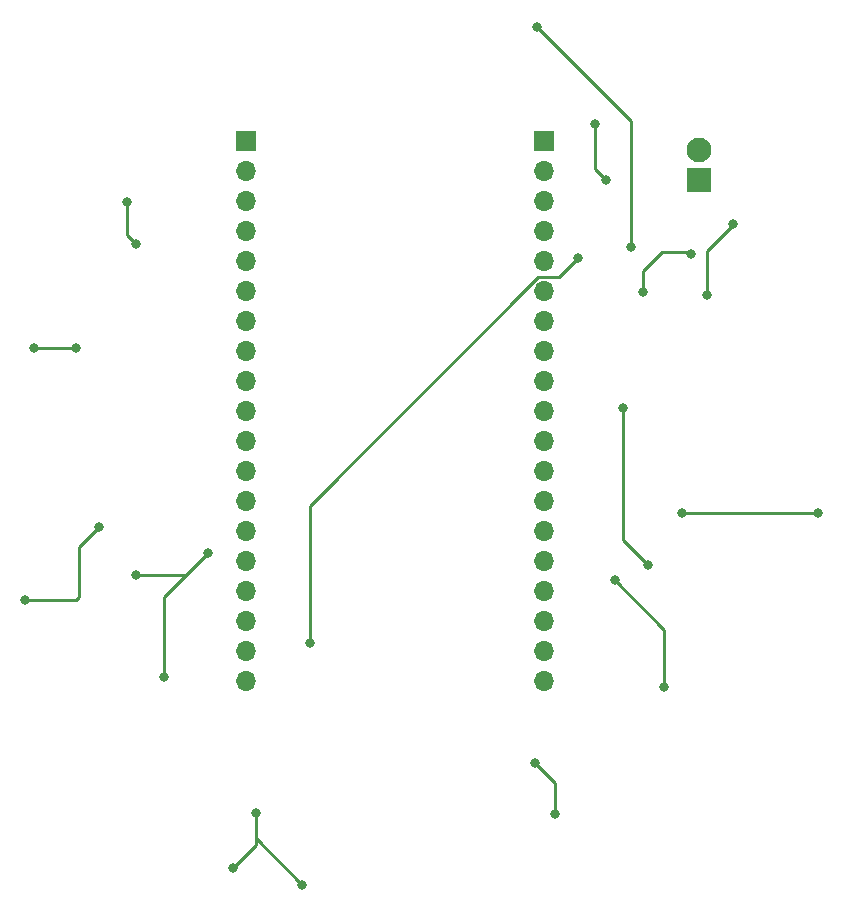
<source format=gbl>
G04 #@! TF.GenerationSoftware,KiCad,Pcbnew,(6.0.8-1)-1*
G04 #@! TF.CreationDate,2023-08-07T08:14:13+01:00*
G04 #@! TF.ProjectId,LED LAMP,4c454420-4c41-44d5-902e-6b696361645f,rev?*
G04 #@! TF.SameCoordinates,Original*
G04 #@! TF.FileFunction,Copper,L2,Bot*
G04 #@! TF.FilePolarity,Positive*
%FSLAX46Y46*%
G04 Gerber Fmt 4.6, Leading zero omitted, Abs format (unit mm)*
G04 Created by KiCad (PCBNEW (6.0.8-1)-1) date 2023-08-07 08:14:13*
%MOMM*%
%LPD*%
G01*
G04 APERTURE LIST*
G04 #@! TA.AperFunction,ComponentPad*
%ADD10R,1.700000X1.700000*%
G04 #@! TD*
G04 #@! TA.AperFunction,ComponentPad*
%ADD11O,1.700000X1.700000*%
G04 #@! TD*
G04 #@! TA.AperFunction,ComponentPad*
%ADD12R,2.100000X2.100000*%
G04 #@! TD*
G04 #@! TA.AperFunction,ComponentPad*
%ADD13C,2.100000*%
G04 #@! TD*
G04 #@! TA.AperFunction,ViaPad*
%ADD14C,0.800000*%
G04 #@! TD*
G04 #@! TA.AperFunction,Conductor*
%ADD15C,0.254000*%
G04 #@! TD*
G04 APERTURE END LIST*
D10*
X226942200Y-28949200D03*
D11*
X226942200Y-31489200D03*
X226942200Y-34029200D03*
X226942200Y-36569200D03*
X226942200Y-39109200D03*
X226942200Y-41649200D03*
X226942200Y-44189200D03*
X226942200Y-46729200D03*
X226942200Y-49269200D03*
X226942200Y-51809200D03*
X226942200Y-54349200D03*
X226942200Y-56889200D03*
X226942200Y-59429200D03*
X226942200Y-61969200D03*
X226942200Y-64509200D03*
X226942200Y-67049200D03*
X226942200Y-69589200D03*
X226942200Y-72129200D03*
X226942200Y-74669200D03*
D12*
X240030000Y-32258000D03*
D13*
X240030000Y-29718000D03*
D10*
X201676000Y-28956000D03*
D11*
X201676000Y-31496000D03*
X201676000Y-34036000D03*
X201676000Y-36576000D03*
X201676000Y-39116000D03*
X201676000Y-41656000D03*
X201676000Y-44196000D03*
X201676000Y-46736000D03*
X201676000Y-49276000D03*
X201676000Y-51816000D03*
X201676000Y-54356000D03*
X201676000Y-56896000D03*
X201676000Y-59436000D03*
X201676000Y-61976000D03*
X201676000Y-64516000D03*
X201676000Y-67056000D03*
X201676000Y-69596000D03*
X201676000Y-72136000D03*
X201676000Y-74676000D03*
D14*
X182981600Y-67818000D03*
X207111600Y-71475600D03*
X200609200Y-90474800D03*
X235356400Y-41706800D03*
X183743600Y-46431200D03*
X250139200Y-60401200D03*
X226212400Y-81584800D03*
X232206800Y-32258000D03*
X187299600Y-46482000D03*
X202539600Y-85852000D03*
X227888800Y-85902800D03*
X206451200Y-91897200D03*
X189280800Y-61620400D03*
X231292400Y-27533600D03*
X229819200Y-38862000D03*
X237134400Y-75184000D03*
X238658400Y-60401200D03*
X232918000Y-66141600D03*
X239420400Y-38506400D03*
X191617600Y-34137600D03*
X192379600Y-65684400D03*
X194767200Y-74320400D03*
X198475600Y-63855600D03*
X235762800Y-64820800D03*
X192430400Y-37693600D03*
X242925600Y-35966400D03*
X240741200Y-41960800D03*
X233629200Y-51511200D03*
X234340400Y-37947600D03*
X226314000Y-19253200D03*
D15*
X202539600Y-87426800D02*
X202539600Y-87985600D01*
X187604400Y-67564000D02*
X187350400Y-67818000D01*
X235356400Y-39928800D02*
X235356400Y-41706800D01*
X189280800Y-61620400D02*
X187604400Y-63296800D01*
X200609200Y-90474800D02*
X202539600Y-88544400D01*
X227888800Y-83261200D02*
X227888800Y-85902800D01*
X187604400Y-63296800D02*
X187604400Y-67564000D01*
X202539600Y-85852000D02*
X202539600Y-87426800D01*
X238658400Y-60401200D02*
X250139200Y-60401200D01*
X228209000Y-40472200D02*
X226454670Y-40472200D01*
X237134400Y-75184000D02*
X237134400Y-70358000D01*
X207111600Y-59815270D02*
X207111600Y-71475600D01*
X202539600Y-87985600D02*
X206451200Y-91897200D01*
X236931200Y-38354000D02*
X235356400Y-39928800D01*
X231292400Y-31343600D02*
X232206800Y-32258000D01*
X202539600Y-88544400D02*
X202539600Y-87426800D01*
X183794400Y-46482000D02*
X183743600Y-46431200D01*
X226454670Y-40472200D02*
X207111600Y-59815270D01*
X226212400Y-81584800D02*
X227888800Y-83261200D01*
X237134400Y-70358000D02*
X232918000Y-66141600D01*
X239420400Y-38506400D02*
X239268000Y-38354000D01*
X187299600Y-46482000D02*
X183794400Y-46482000D01*
X187350400Y-67818000D02*
X182981600Y-67818000D01*
X229819200Y-38862000D02*
X228209000Y-40472200D01*
X239268000Y-38354000D02*
X236931200Y-38354000D01*
X231292400Y-27533600D02*
X231292400Y-31343600D01*
X242925600Y-35966400D02*
X242925600Y-36029334D01*
X191617600Y-34137600D02*
X191617600Y-36880800D01*
X191617600Y-36880800D02*
X192430400Y-37693600D01*
X192379600Y-65684400D02*
X196646800Y-65684400D01*
X242925600Y-36029334D02*
X240741200Y-38213734D01*
X196646800Y-65684400D02*
X198475600Y-63855600D01*
X240741200Y-38213734D02*
X240741200Y-41960800D01*
X233629200Y-62687200D02*
X233629200Y-51511200D01*
X194767200Y-67564000D02*
X196646800Y-65684400D01*
X235762800Y-64820800D02*
X233629200Y-62687200D01*
X194767200Y-74320400D02*
X194767200Y-67564000D01*
X226314000Y-19253200D02*
X234340400Y-27279600D01*
X234340400Y-27279600D02*
X234340400Y-37947600D01*
M02*

</source>
